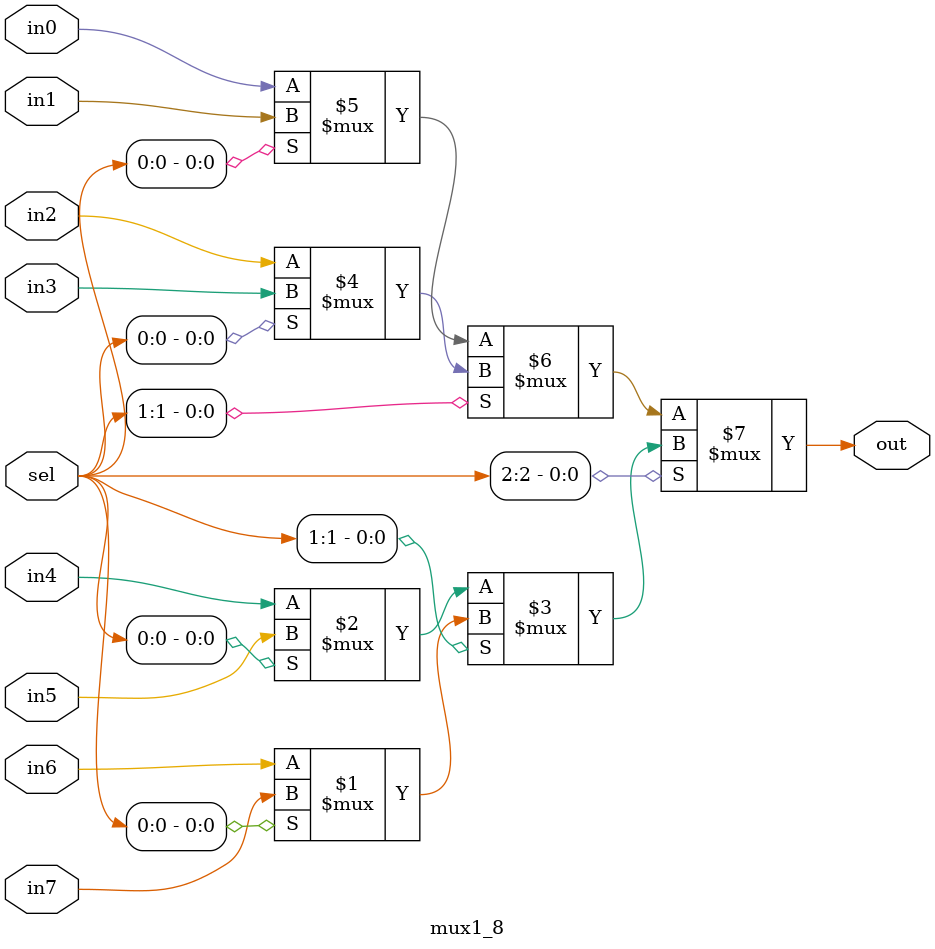
<source format=v>
`timescale 1ns / 1ps

module alu(
    input [31:0] a,
    input [31:0] b,
    input [2:0] c,
    output [31:0] o,
    output z
    );
    wire [31:0]w1;
    wire [31:0]w2;
    wire [31:0]w3;                
    wire [31:0]w4;
    wire [31:0]w5;
    wire z1,z2;
    wire of1,of2;
    
    and32 and1(a,b,w1);
    add32 add1(a,b,w2,of1);
    or32 or1(a,b,w3);
    sub32 sub1(a,b,w4,of2);
    sll32 sll1(a,b,w5);
    
    assign z1 = (o==32'd0)?1'b1:1'b0;
    assign z2 = (o>32'd0)?1'b0:1'b1;

    mux32_8 mux_32_8_alu(w1,w3,w2,32'hxxxxxxxx, 32'hxxxxxxxx, w5, w4,w4, {c[2],c[1],c[0]},o);
    mux1_8 mux1_8_alu(z1,z1,z1,1'bx,1'bx,1'bx,z1,z2,c[2:0],z);

endmodule

module sll32(
    input [31:0] a,
    input [31:0] shamt,
    output [31:0] o
);

    assign o = a << shamt;
endmodule

module add32(
    input signed [31:0] a,
    input signed [31:0] b,
    output signed [31:0] o,
   output of
    );
    
    assign o = a+b;
    assign of = (a[31] == b[31]) & (a[31] != o[31]);
endmodule

module sub32(
    input signed [31:0] a,
    input signed [31:0] b,
    output signed [31:0] o,
   output of
    );
    
    assign o = a-b;
   assign of = (a[31] != b[31]) & (a[31] != o[31]);
endmodule

module and32(
    input [31:0] a,
    input [31:0] b,
    output [31:0] o
    );
    
    assign o = a&b;
endmodule

module or32(
    input [31:0] a,
    input [31:0] b,
    output [31:0] o
    );
    
    assign o = a|b;
endmodule

module sign_extend(
    input [15:0] data,
    output [31:0] exdata
    );
    
    wire signed [31:0] w1;

    assign w1[31:16] = data;
    assign exdata = w1>>>16;
endmodule 

module mux5_2(input [4:0]in0,input [4:0]in1,input sel,output [4:0]out);

    assign out = sel ? in1 : in0;
endmodule

module mux32_2(input [31:0]in0,input [31:0]in1, input sel, output [31:0] out);

    assign out = sel ? in1 : in0;
endmodule

module mux32_4(input [31:0]in0, input [31:0]in1, input [31:0]in2, input [31:0]in3, input [1:0]sel, output [31:0] out);

    assign out = sel[1] ? (sel[0] ? in3 : in2) : (sel[0]? in1 : in0);
endmodule

module mux32_8(input [31:0]in0, input [31:0]in1, input [31:0]in2, input [31:0]in3, input [31:0]in4, input [31:0]in5, input [31:0]in6, input [31:0]in7,  input [2:0]sel, output [31:0] out);

    assign out = sel[2] ? (sel[1] ? (sel[0] ? in7 : in6) : (sel[0]? in5 : in4)) : (sel[1] ? (sel[0] ? in3 : in2) : (sel[0]? in1 : in0));
endmodule

module mux1_8(input in0, input in1, input in2, input in3, input in4, input in5, input in6, input in7,  input [2:0]sel, output out);

    assign out = sel[2] ? (sel[1] ? (sel[0] ? in7 : in6) : (sel[0]? in5 : in4)) : (sel[1] ? (sel[0] ? in3 : in2) : (sel[0]? in1 : in0));
endmodule
</source>
